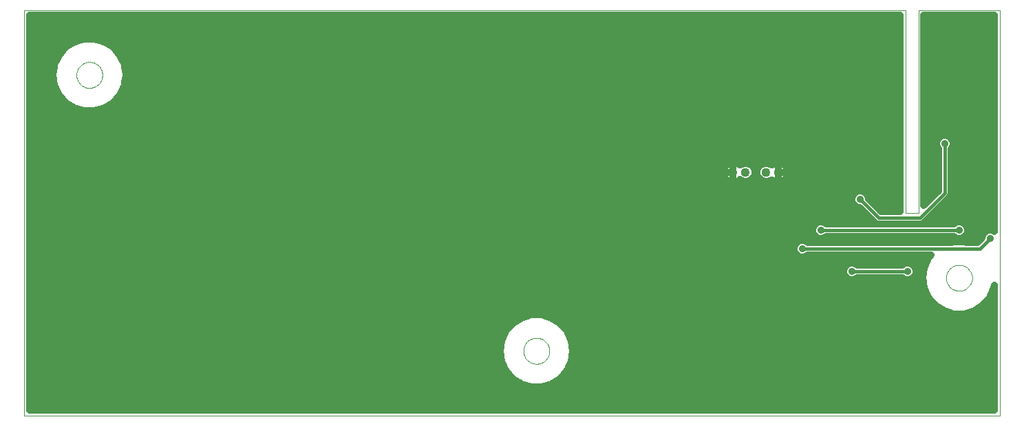
<source format=gbl>
G75*
G70*
%OFA0B0*%
%FSLAX24Y24*%
%IPPOS*%
%LPD*%
%AMOC8*
5,1,8,0,0,1.08239X$1,22.5*
%
%ADD10C,0.0000*%
%ADD11C,0.0436*%
%ADD12C,0.0356*%
%ADD13C,0.0160*%
%ADD14C,0.0320*%
D10*
X000260Y000260D02*
X000260Y019945D01*
X042937Y019945D01*
X042937Y010103D01*
X043567Y010103D01*
X043567Y019945D01*
X047504Y019945D01*
X047504Y000260D01*
X000260Y000260D01*
X024433Y003410D02*
X024435Y003460D01*
X024441Y003510D01*
X024451Y003559D01*
X024465Y003607D01*
X024482Y003654D01*
X024503Y003699D01*
X024528Y003743D01*
X024556Y003784D01*
X024588Y003823D01*
X024622Y003860D01*
X024659Y003894D01*
X024699Y003924D01*
X024741Y003951D01*
X024785Y003975D01*
X024831Y003996D01*
X024878Y004012D01*
X024926Y004025D01*
X024976Y004034D01*
X025025Y004039D01*
X025076Y004040D01*
X025126Y004037D01*
X025175Y004030D01*
X025224Y004019D01*
X025272Y004004D01*
X025318Y003986D01*
X025363Y003964D01*
X025406Y003938D01*
X025447Y003909D01*
X025486Y003877D01*
X025522Y003842D01*
X025554Y003804D01*
X025584Y003764D01*
X025611Y003721D01*
X025634Y003677D01*
X025653Y003631D01*
X025669Y003583D01*
X025681Y003534D01*
X025689Y003485D01*
X025693Y003435D01*
X025693Y003385D01*
X025689Y003335D01*
X025681Y003286D01*
X025669Y003237D01*
X025653Y003189D01*
X025634Y003143D01*
X025611Y003099D01*
X025584Y003056D01*
X025554Y003016D01*
X025522Y002978D01*
X025486Y002943D01*
X025447Y002911D01*
X025406Y002882D01*
X025363Y002856D01*
X025318Y002834D01*
X025272Y002816D01*
X025224Y002801D01*
X025175Y002790D01*
X025126Y002783D01*
X025076Y002780D01*
X025025Y002781D01*
X024976Y002786D01*
X024926Y002795D01*
X024878Y002808D01*
X024831Y002824D01*
X024785Y002845D01*
X024741Y002869D01*
X024699Y002896D01*
X024659Y002926D01*
X024622Y002960D01*
X024588Y002997D01*
X024556Y003036D01*
X024528Y003077D01*
X024503Y003121D01*
X024482Y003166D01*
X024465Y003213D01*
X024451Y003261D01*
X024441Y003310D01*
X024435Y003360D01*
X024433Y003410D01*
X044906Y006953D02*
X044908Y007003D01*
X044914Y007053D01*
X044924Y007102D01*
X044938Y007150D01*
X044955Y007197D01*
X044976Y007242D01*
X045001Y007286D01*
X045029Y007327D01*
X045061Y007366D01*
X045095Y007403D01*
X045132Y007437D01*
X045172Y007467D01*
X045214Y007494D01*
X045258Y007518D01*
X045304Y007539D01*
X045351Y007555D01*
X045399Y007568D01*
X045449Y007577D01*
X045498Y007582D01*
X045549Y007583D01*
X045599Y007580D01*
X045648Y007573D01*
X045697Y007562D01*
X045745Y007547D01*
X045791Y007529D01*
X045836Y007507D01*
X045879Y007481D01*
X045920Y007452D01*
X045959Y007420D01*
X045995Y007385D01*
X046027Y007347D01*
X046057Y007307D01*
X046084Y007264D01*
X046107Y007220D01*
X046126Y007174D01*
X046142Y007126D01*
X046154Y007077D01*
X046162Y007028D01*
X046166Y006978D01*
X046166Y006928D01*
X046162Y006878D01*
X046154Y006829D01*
X046142Y006780D01*
X046126Y006732D01*
X046107Y006686D01*
X046084Y006642D01*
X046057Y006599D01*
X046027Y006559D01*
X045995Y006521D01*
X045959Y006486D01*
X045920Y006454D01*
X045879Y006425D01*
X045836Y006399D01*
X045791Y006377D01*
X045745Y006359D01*
X045697Y006344D01*
X045648Y006333D01*
X045599Y006326D01*
X045549Y006323D01*
X045498Y006324D01*
X045449Y006329D01*
X045399Y006338D01*
X045351Y006351D01*
X045304Y006367D01*
X045258Y006388D01*
X045214Y006412D01*
X045172Y006439D01*
X045132Y006469D01*
X045095Y006503D01*
X045061Y006540D01*
X045029Y006579D01*
X045001Y006620D01*
X044976Y006664D01*
X044955Y006709D01*
X044938Y006756D01*
X044924Y006804D01*
X044914Y006853D01*
X044908Y006903D01*
X044906Y006953D01*
X002780Y016795D02*
X002782Y016845D01*
X002788Y016895D01*
X002798Y016944D01*
X002812Y016992D01*
X002829Y017039D01*
X002850Y017084D01*
X002875Y017128D01*
X002903Y017169D01*
X002935Y017208D01*
X002969Y017245D01*
X003006Y017279D01*
X003046Y017309D01*
X003088Y017336D01*
X003132Y017360D01*
X003178Y017381D01*
X003225Y017397D01*
X003273Y017410D01*
X003323Y017419D01*
X003372Y017424D01*
X003423Y017425D01*
X003473Y017422D01*
X003522Y017415D01*
X003571Y017404D01*
X003619Y017389D01*
X003665Y017371D01*
X003710Y017349D01*
X003753Y017323D01*
X003794Y017294D01*
X003833Y017262D01*
X003869Y017227D01*
X003901Y017189D01*
X003931Y017149D01*
X003958Y017106D01*
X003981Y017062D01*
X004000Y017016D01*
X004016Y016968D01*
X004028Y016919D01*
X004036Y016870D01*
X004040Y016820D01*
X004040Y016770D01*
X004036Y016720D01*
X004028Y016671D01*
X004016Y016622D01*
X004000Y016574D01*
X003981Y016528D01*
X003958Y016484D01*
X003931Y016441D01*
X003901Y016401D01*
X003869Y016363D01*
X003833Y016328D01*
X003794Y016296D01*
X003753Y016267D01*
X003710Y016241D01*
X003665Y016219D01*
X003619Y016201D01*
X003571Y016186D01*
X003522Y016175D01*
X003473Y016168D01*
X003423Y016165D01*
X003372Y016166D01*
X003323Y016171D01*
X003273Y016180D01*
X003225Y016193D01*
X003178Y016209D01*
X003132Y016230D01*
X003088Y016254D01*
X003046Y016281D01*
X003006Y016311D01*
X002969Y016345D01*
X002935Y016382D01*
X002903Y016421D01*
X002875Y016462D01*
X002850Y016506D01*
X002829Y016551D01*
X002812Y016598D01*
X002798Y016646D01*
X002788Y016695D01*
X002782Y016745D01*
X002780Y016795D01*
D11*
X034593Y012071D03*
X035193Y012071D03*
X036193Y012071D03*
X036773Y012071D03*
D12*
X040734Y010760D03*
X038834Y009260D03*
X037934Y008360D03*
X040334Y007260D03*
X043034Y007260D03*
X047034Y008860D03*
X045534Y009260D03*
X044834Y013460D03*
X041334Y016060D03*
X039034Y016060D03*
X044634Y018660D03*
X019134Y001460D03*
X001234Y002260D03*
D13*
X037934Y008360D02*
X046534Y008360D01*
X047034Y008860D01*
X045534Y009260D02*
X038834Y009260D01*
X040734Y010760D02*
X041634Y009860D01*
X043634Y009860D01*
X044834Y011060D01*
X044834Y013460D01*
X043034Y007260D02*
X040334Y007260D01*
D14*
X039936Y007267D02*
X000520Y007267D01*
X000520Y006949D02*
X040082Y006949D01*
X040109Y006922D02*
X040255Y006862D01*
X040413Y006862D01*
X040560Y006922D01*
X040597Y006960D01*
X042771Y006960D01*
X042809Y006922D01*
X042955Y006862D01*
X043113Y006862D01*
X043260Y006922D01*
X043372Y007034D01*
X043432Y007181D01*
X043432Y007339D01*
X043372Y007486D01*
X043260Y007598D01*
X043113Y007658D01*
X042955Y007658D01*
X042809Y007598D01*
X042771Y007560D01*
X040597Y007560D01*
X040560Y007598D01*
X040413Y007658D01*
X040255Y007658D01*
X040109Y007598D01*
X039997Y007486D01*
X039936Y007339D01*
X039936Y007181D01*
X039997Y007034D01*
X040109Y006922D01*
X040586Y006949D02*
X042782Y006949D01*
X043286Y006949D02*
X043776Y006949D01*
X043776Y006953D02*
X043847Y006457D01*
X044055Y006001D01*
X044383Y005623D01*
X044804Y005352D01*
X045285Y005211D01*
X045786Y005211D01*
X046267Y005352D01*
X046688Y005623D01*
X047016Y006001D01*
X047224Y006457D01*
X047244Y006595D01*
X047244Y000520D01*
X000520Y000520D01*
X000520Y019685D01*
X042677Y019685D01*
X042677Y010160D01*
X041758Y010160D01*
X041132Y010786D01*
X041132Y010839D01*
X041072Y010986D01*
X040960Y011098D01*
X040813Y011158D01*
X040655Y011158D01*
X040509Y011098D01*
X040397Y010986D01*
X040336Y010839D01*
X040336Y010681D01*
X040397Y010534D01*
X040509Y010422D01*
X040655Y010362D01*
X040708Y010362D01*
X041380Y009690D01*
X041464Y009606D01*
X041574Y009560D01*
X043694Y009560D01*
X043804Y009606D01*
X045004Y010806D01*
X045088Y010890D01*
X045134Y011000D01*
X045134Y013197D01*
X045172Y013234D01*
X045232Y013381D01*
X045232Y013539D01*
X045172Y013686D01*
X045060Y013798D01*
X044913Y013858D01*
X044755Y013858D01*
X044609Y013798D01*
X044497Y013686D01*
X044436Y013539D01*
X044436Y013381D01*
X044497Y013234D01*
X044534Y013197D01*
X044534Y011184D01*
X043827Y010477D01*
X043827Y019685D01*
X047244Y019685D01*
X047244Y009204D01*
X047113Y009258D01*
X046955Y009258D01*
X046809Y009198D01*
X046697Y009086D01*
X046636Y008939D01*
X046636Y008886D01*
X046410Y008660D01*
X045905Y008660D01*
X045786Y008695D01*
X045285Y008695D01*
X045166Y008660D01*
X038197Y008660D01*
X038160Y008698D01*
X038013Y008758D01*
X037855Y008758D01*
X037709Y008698D01*
X037597Y008586D01*
X037536Y008439D01*
X037536Y008281D01*
X037597Y008134D01*
X037709Y008022D01*
X037855Y007962D01*
X038013Y007962D01*
X038160Y008022D01*
X038197Y008060D01*
X044190Y008060D01*
X044055Y007904D01*
X000520Y007904D01*
X000520Y008223D02*
X037560Y008223D01*
X037578Y008541D02*
X000520Y008541D01*
X000520Y008860D02*
X046609Y008860D01*
X045932Y009181D02*
X045872Y009034D01*
X045760Y008922D01*
X045613Y008862D01*
X045455Y008862D01*
X045309Y008922D01*
X045271Y008960D01*
X039097Y008960D01*
X039060Y008922D01*
X038913Y008862D01*
X038755Y008862D01*
X038609Y008922D01*
X038497Y009034D01*
X038436Y009181D01*
X038436Y009339D01*
X038497Y009486D01*
X038609Y009598D01*
X038755Y009658D01*
X038913Y009658D01*
X039060Y009598D01*
X039097Y009560D01*
X045271Y009560D01*
X045309Y009598D01*
X045455Y009658D01*
X045613Y009658D01*
X045760Y009598D01*
X045872Y009486D01*
X045932Y009339D01*
X045932Y009181D01*
X045931Y009178D02*
X046789Y009178D01*
X047244Y009497D02*
X045861Y009497D01*
X047244Y009815D02*
X044013Y009815D01*
X044332Y010134D02*
X047244Y010134D01*
X047244Y010452D02*
X044650Y010452D01*
X044969Y010771D02*
X047244Y010771D01*
X047244Y011089D02*
X045134Y011089D01*
X044439Y011089D02*
X043827Y011089D01*
X043827Y010771D02*
X044120Y010771D01*
X043827Y011408D02*
X044534Y011408D01*
X045134Y011408D02*
X047244Y011408D01*
X047244Y011726D02*
X045134Y011726D01*
X045134Y012045D02*
X047244Y012045D01*
X047244Y012363D02*
X045134Y012363D01*
X045134Y012682D02*
X047244Y012682D01*
X047244Y013000D02*
X045134Y013000D01*
X045206Y013319D02*
X047244Y013319D01*
X047244Y013637D02*
X045192Y013637D01*
X044476Y013637D02*
X043827Y013637D01*
X043827Y013319D02*
X044462Y013319D01*
X044534Y013000D02*
X043827Y013000D01*
X043827Y012682D02*
X044534Y012682D01*
X044534Y012363D02*
X043827Y012363D01*
X043827Y012045D02*
X044534Y012045D01*
X044534Y011726D02*
X043827Y011726D01*
X042677Y011726D02*
X037104Y011726D01*
X037085Y011706D02*
X037138Y011760D01*
X037182Y011820D01*
X037216Y011887D01*
X037239Y011959D01*
X037251Y012033D01*
X037251Y012071D01*
X036773Y012071D01*
X036773Y012071D01*
X036773Y011593D01*
X036735Y011593D01*
X036661Y011605D01*
X036590Y011628D01*
X036522Y011662D01*
X036462Y011706D01*
X036455Y011713D01*
X036441Y011700D01*
X036280Y011633D01*
X036106Y011633D01*
X035945Y011700D01*
X035822Y011823D01*
X035755Y011984D01*
X035755Y012158D01*
X035822Y012319D01*
X035945Y012442D01*
X036106Y012509D01*
X036280Y012509D01*
X036441Y012442D01*
X036455Y012429D01*
X036462Y012436D01*
X036522Y012480D01*
X036590Y012514D01*
X036661Y012537D01*
X036735Y012549D01*
X036773Y012549D01*
X036773Y012071D01*
X036773Y012071D01*
X036773Y011593D01*
X036811Y011593D01*
X036885Y011605D01*
X036957Y011628D01*
X037024Y011662D01*
X037085Y011706D01*
X036773Y011726D02*
X036773Y011726D01*
X036773Y012045D02*
X036773Y012045D01*
X036773Y012071D02*
X036773Y012071D01*
X036773Y012549D01*
X036811Y012549D01*
X036885Y012537D01*
X036957Y012514D01*
X037024Y012480D01*
X037085Y012436D01*
X037138Y012382D01*
X037182Y012322D01*
X037216Y012255D01*
X037239Y012183D01*
X037251Y012109D01*
X037251Y012071D01*
X036773Y012071D01*
X037251Y012045D02*
X042677Y012045D01*
X042677Y012363D02*
X037152Y012363D01*
X036773Y012363D02*
X036773Y012363D01*
X035865Y012363D02*
X035521Y012363D01*
X035564Y012319D02*
X035441Y012442D01*
X035280Y012509D01*
X035106Y012509D01*
X034945Y012442D01*
X034921Y012419D01*
X034905Y012436D01*
X034844Y012480D01*
X034777Y012514D01*
X034705Y012537D01*
X034631Y012549D01*
X034593Y012549D01*
X034555Y012549D01*
X034481Y012537D01*
X034410Y012514D01*
X034342Y012480D01*
X034282Y012436D01*
X034228Y012382D01*
X034184Y012322D01*
X034150Y012255D01*
X034127Y012183D01*
X034115Y012109D01*
X034115Y012071D01*
X034115Y012033D01*
X034127Y011959D01*
X034150Y011887D01*
X034184Y011820D01*
X034228Y011760D01*
X034282Y011706D01*
X034342Y011662D01*
X034410Y011628D01*
X034481Y011605D01*
X034555Y011593D01*
X034593Y011593D01*
X034593Y012071D01*
X034115Y012071D01*
X034593Y012071D01*
X034593Y012071D01*
X034593Y012071D01*
X034593Y012549D01*
X034593Y012071D01*
X034593Y012071D01*
X034593Y011593D01*
X034631Y011593D01*
X034705Y011605D01*
X034777Y011628D01*
X034844Y011662D01*
X034905Y011706D01*
X034921Y011723D01*
X034945Y011700D01*
X035106Y011633D01*
X035280Y011633D01*
X035441Y011700D01*
X035564Y011823D01*
X035631Y011984D01*
X035631Y012158D01*
X035564Y012319D01*
X035631Y012045D02*
X035755Y012045D01*
X035919Y011726D02*
X035468Y011726D01*
X034593Y011726D02*
X034593Y011726D01*
X034593Y012045D02*
X034593Y012045D01*
X034262Y011726D02*
X000520Y011726D01*
X000520Y012045D02*
X034115Y012045D01*
X034214Y012363D02*
X000520Y012363D01*
X000520Y012682D02*
X042677Y012682D01*
X042677Y013000D02*
X000520Y013000D01*
X000520Y013319D02*
X042677Y013319D01*
X042677Y013637D02*
X000520Y013637D01*
X000520Y013956D02*
X042677Y013956D01*
X042677Y014274D02*
X000520Y014274D01*
X000520Y014593D02*
X042677Y014593D01*
X042677Y014911D02*
X000520Y014911D01*
X000520Y015230D02*
X002624Y015230D01*
X002678Y015194D02*
X002678Y015194D01*
X003159Y015053D01*
X003660Y015053D01*
X004141Y015194D01*
X004562Y015465D01*
X004562Y015465D01*
X004562Y015465D01*
X004890Y015844D01*
X005098Y016300D01*
X005170Y016795D01*
X005098Y017291D01*
X004890Y017747D01*
X004562Y018126D01*
X004141Y018396D01*
X003660Y018538D01*
X003159Y018538D01*
X002678Y018396D01*
X002257Y018126D01*
X002257Y018126D01*
X002257Y018126D01*
X001929Y017747D01*
X001929Y017747D01*
X001721Y017291D01*
X001650Y016795D01*
X001721Y016300D01*
X001721Y016300D01*
X001929Y015844D01*
X001929Y015844D01*
X002257Y015465D01*
X002678Y015194D01*
X002257Y015465D02*
X002257Y015465D01*
X002185Y015548D02*
X000520Y015548D01*
X000520Y015867D02*
X001919Y015867D01*
X001773Y016185D02*
X000520Y016185D01*
X000520Y016504D02*
X001692Y016504D01*
X001650Y016795D02*
X001650Y016795D01*
X001653Y016822D02*
X000520Y016822D01*
X000520Y017141D02*
X001699Y017141D01*
X001721Y017291D02*
X001721Y017291D01*
X001798Y017459D02*
X000520Y017459D01*
X000520Y017778D02*
X001955Y017778D01*
X002231Y018096D02*
X000520Y018096D01*
X000520Y018415D02*
X002740Y018415D01*
X002678Y018396D02*
X002678Y018396D01*
X003660Y018538D02*
X003660Y018538D01*
X004079Y018415D02*
X042677Y018415D01*
X042677Y018733D02*
X000520Y018733D01*
X000520Y019052D02*
X042677Y019052D01*
X042677Y019370D02*
X000520Y019370D01*
X004562Y018126D02*
X004562Y018126D01*
X004588Y018096D02*
X042677Y018096D01*
X042677Y017778D02*
X004864Y017778D01*
X004890Y017747D02*
X004890Y017747D01*
X005022Y017459D02*
X042677Y017459D01*
X042677Y017141D02*
X005120Y017141D01*
X005098Y017291D02*
X005098Y017291D01*
X005166Y016822D02*
X042677Y016822D01*
X042677Y016504D02*
X005128Y016504D01*
X005098Y016300D02*
X005098Y016300D01*
X005046Y016185D02*
X042677Y016185D01*
X042677Y015867D02*
X004901Y015867D01*
X004890Y015844D02*
X004890Y015844D01*
X004634Y015548D02*
X042677Y015548D01*
X042677Y015230D02*
X004195Y015230D01*
X004141Y015194D02*
X004141Y015194D01*
X000520Y011408D02*
X042677Y011408D01*
X042677Y011089D02*
X040968Y011089D01*
X041148Y010771D02*
X042677Y010771D01*
X042677Y010452D02*
X041466Y010452D01*
X040936Y010134D02*
X000520Y010134D01*
X000520Y010452D02*
X040479Y010452D01*
X040336Y010771D02*
X000520Y010771D01*
X000520Y011089D02*
X040500Y011089D01*
X041255Y009815D02*
X000520Y009815D01*
X000520Y009497D02*
X038508Y009497D01*
X038437Y009178D02*
X000520Y009178D01*
X000520Y007586D02*
X040097Y007586D01*
X040572Y007586D02*
X042797Y007586D01*
X043272Y007586D02*
X043909Y007586D01*
X043847Y007449D02*
X043847Y007449D01*
X044055Y007904D01*
X044055Y007904D01*
X043847Y007449D02*
X043776Y006953D01*
X043776Y006953D01*
X043821Y007267D02*
X043432Y007267D01*
X043822Y006630D02*
X000520Y006630D01*
X000520Y006312D02*
X043913Y006312D01*
X044055Y006001D02*
X044055Y006001D01*
X044062Y005993D02*
X000520Y005993D01*
X000520Y005675D02*
X044338Y005675D01*
X044383Y005623D02*
X044383Y005623D01*
X044798Y005356D02*
X000520Y005356D01*
X000520Y005038D02*
X024424Y005038D01*
X024332Y005011D02*
X024813Y005152D01*
X025314Y005152D01*
X025794Y005011D01*
X025794Y005011D01*
X026216Y004740D01*
X026216Y004740D01*
X026544Y004361D01*
X026544Y004361D01*
X026752Y003905D01*
X026752Y003905D01*
X026823Y003410D01*
X026752Y002914D01*
X026544Y002458D01*
X026544Y002458D01*
X026216Y002079D01*
X026216Y002079D01*
X026216Y002079D01*
X025794Y001809D01*
X025794Y001809D01*
X025314Y001668D01*
X024813Y001668D01*
X024332Y001809D01*
X024332Y001809D01*
X023911Y002079D01*
X023911Y002079D01*
X023583Y002458D01*
X023583Y002458D01*
X023374Y002914D01*
X023374Y002914D01*
X023303Y003410D01*
X023303Y003410D01*
X023374Y003905D01*
X023374Y003905D01*
X023583Y004361D01*
X023583Y004361D01*
X023911Y004740D01*
X023911Y004740D01*
X023911Y004740D01*
X024332Y005011D01*
X024332Y005011D01*
X023893Y004719D02*
X000520Y004719D01*
X000520Y004401D02*
X023617Y004401D01*
X023455Y004082D02*
X000520Y004082D01*
X000520Y003764D02*
X023354Y003764D01*
X023308Y003445D02*
X000520Y003445D01*
X000520Y003127D02*
X023344Y003127D01*
X023423Y002808D02*
X000520Y002808D01*
X000520Y002490D02*
X023568Y002490D01*
X023831Y002171D02*
X000520Y002171D01*
X000520Y001853D02*
X024264Y001853D01*
X025863Y001853D02*
X047244Y001853D01*
X047244Y002171D02*
X026295Y002171D01*
X026558Y002490D02*
X047244Y002490D01*
X047244Y002808D02*
X026704Y002808D01*
X026752Y002914D02*
X026752Y002914D01*
X026782Y003127D02*
X047244Y003127D01*
X047244Y003445D02*
X026818Y003445D01*
X026772Y003764D02*
X047244Y003764D01*
X047244Y004082D02*
X026671Y004082D01*
X026510Y004401D02*
X047244Y004401D01*
X047244Y004719D02*
X026234Y004719D01*
X025703Y005038D02*
X047244Y005038D01*
X047244Y005356D02*
X046273Y005356D01*
X046267Y005352D02*
X046267Y005352D01*
X046688Y005623D02*
X046688Y005623D01*
X046688Y005623D01*
X046733Y005675D02*
X047244Y005675D01*
X047244Y005993D02*
X047009Y005993D01*
X047016Y006001D02*
X047016Y006001D01*
X047158Y006312D02*
X047244Y006312D01*
X047224Y006457D02*
X047224Y006457D01*
X044804Y005352D02*
X044804Y005352D01*
X047244Y001534D02*
X000520Y001534D01*
X000520Y001216D02*
X047244Y001216D01*
X047244Y000897D02*
X000520Y000897D01*
X000520Y000579D02*
X047244Y000579D01*
X019134Y001460D02*
X019134Y001560D01*
X034593Y012363D02*
X034593Y012363D01*
X043827Y013956D02*
X047244Y013956D01*
X047244Y014274D02*
X043827Y014274D01*
X043827Y014593D02*
X047244Y014593D01*
X047244Y014911D02*
X043827Y014911D01*
X043827Y015230D02*
X047244Y015230D01*
X047244Y015548D02*
X043827Y015548D01*
X043827Y015867D02*
X047244Y015867D01*
X047244Y016185D02*
X043827Y016185D01*
X043827Y016504D02*
X047244Y016504D01*
X047244Y016822D02*
X043827Y016822D01*
X043827Y017141D02*
X047244Y017141D01*
X047244Y017459D02*
X043827Y017459D01*
X043827Y017778D02*
X047244Y017778D01*
X047244Y018096D02*
X043827Y018096D01*
X043827Y018415D02*
X047244Y018415D01*
X047244Y018733D02*
X043827Y018733D01*
X043827Y019052D02*
X047244Y019052D01*
X047244Y019370D02*
X043827Y019370D01*
M02*

</source>
